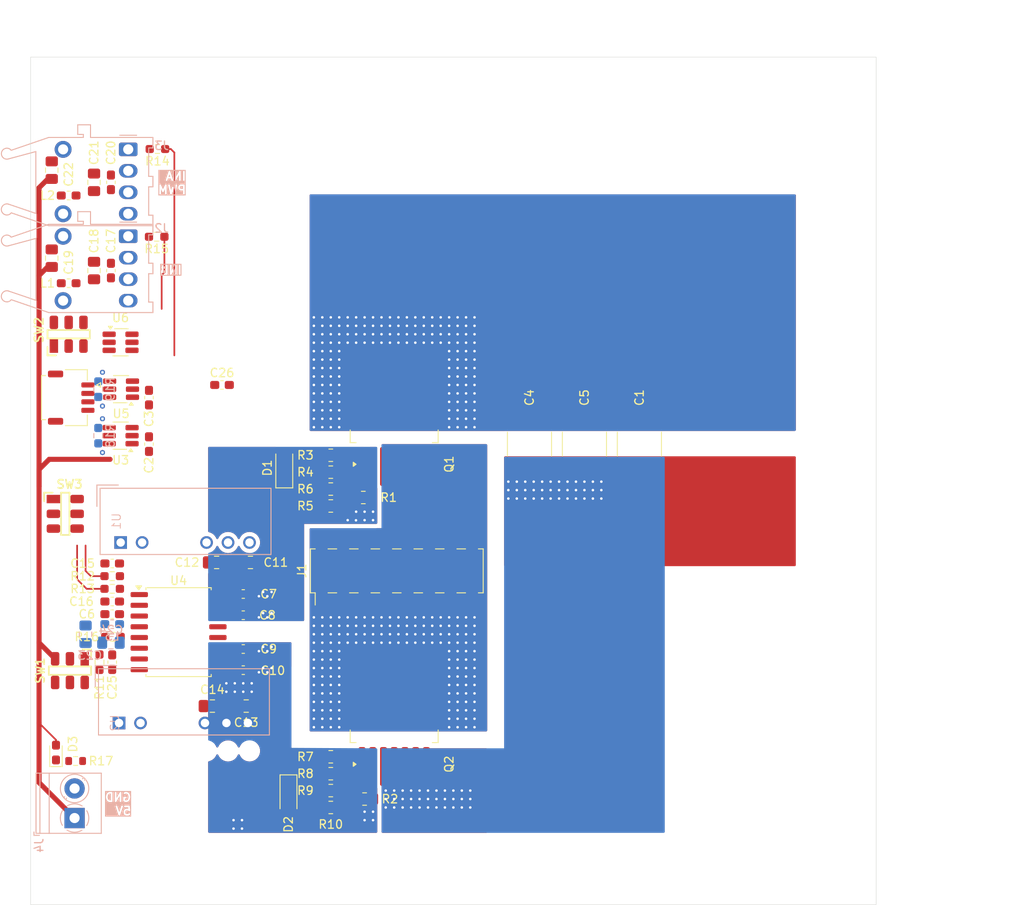
<source format=kicad_pcb>
(kicad_pcb (version 20240108) (generator "pcbnew") (generator_version "8.0")
  (layers (0 "F.Cu" signal) (31 "B.Cu" signal) (34 "B.Paste" user) (35 "F.Paste" user) (36 "B.SilkS" user "B.Silkscreen") (37 "F.SilkS" user "F.Silkscreen") (38 "B.Mask" user) (39 "F.Mask" user) (44 "Edge.Cuts" user))
  (net 0 "")
  (net 1 "/HalfBridge_Power/dcp")
  (net 2 "/HalfBridge_Power/dcn")
  (net 3 "/HalfBridge_Power/ph")
  (net 4 "/HalfBridge_Power/gh")
  (net 5 "/HalfBridge_Power/gl")
  (net 6 "/HalfBridge_GateDriver/asgh")
  (net 7 "/HalfBridge_GateDriver/dt")
  (net 8 "/HalfBridge_GateDriver/gonh")
  (net 9 "/HalfBridge_GateDriver/gonl")
  (net 10 "/HalfBridge_GateDriver/kh")
  (net 11 "/HalfBridge_GateDriver/kl")
  (net 12 "/HalfBridge_GateDriver/vddh")
  (net 13 "/HalfBridge_GateDriver/vssh")
  (net 14 "/HalfBridge_GateDriver/vssl")
  (net 15 "/HalfBridge_GateDriver/vddl")
  (net 16 "/HalfBridge_GateDriver/vcci")
  (net 17 "/HalfBridge_GateDriver/asgl")
  (net 18 "/HalfBridge_GateDriver/inaf")
  (net 19 "/HalfBridge_GateDriver/inbf")
  (net 20 "/HalfBridge_GateDriver/ina")
  (net 21 "/HalfBridge_GateDriver/inb")
  (net 26 "/HalfBridge_Optical/vcca")
  (net 27 "/HalfBridge_Optical/vccb")
  (net 28 "/HalfBridge_Optical/xna")
  (net 29 "/HalfBridge_Optical/xnb")
  (net 30 "/HalfBridge_GateDriver/anb")
  (net 31 "/HalfBridge_GateDriver/dis")
  (net 32 "/HalfBridge_GateDriver/rdt")
  (net 33 "Net-(D3-K)")
  (net 34 "GND")
  (net 35 "Net-(U1-VIN+)")
  (net 36 "Net-(U1-VIN-)")
  (net 38 "Net-(U2-VIN+)")
  (net 39 "Net-(U2-VIN-)")
  (net 41 "/HalfBridge_Optical/inb")
  (net 42 "/HalfBridge_Optical/ina")
  (net 43 "/HalfBridge_Diff/ina_db")
  (net 44 "/HalfBridge_Diff/inb_da")
  (net 45 "/HalfBridge_Diff/inb_db")
  (net 46 "/HalfBridge_Diff/ina_da")
  (net 47 "/HalfBridge_Diff/vcc")
  (net 48 "/HalfBridge_Diff/gnd")
  (net 50 "/HalfBridge_Diff/ina_d")
  (net 51 "/HalfBridge_Diff/inb_d")
  (net 53 "/HalfBridge_GateDriver/dis_x")
  (net 54 "/HalfBridge_GateDriver/dis_i")
  (net 55 "/HalfBridge_Diff/ina_nd")
  (net 56 "/HalfBridge_Diff/inb_nd")
  (footprint "My_Connector:Samtec_T1M-04-X-SH-L_1x04-1SH_P1.0mm_Terminal_Horizontal_Latch" (layer "F.Cu") (at 44 81 -90)
    (property "Reference" "J5" (hide yes))
    (property "Value" "Conn_01x04_Shielded")
  )
  (footprint "My_Button_Switch_SMD:Nidec_Copal_CAS-D20A1" (layer "F.Cu") (at 44.65 113.305 -90)
    (property "Reference" "SW1")
    (property "Value" "CAS-D20X1")
  )
  (footprint "Diode_SMD:D_SOD-123" (layer "F.Cu") (at 70.5 128 -90)
    (property "Reference" "D2")
    (property "Value" "D_Schottky")
  )
  (footprint "Resistor_SMD:R_0603_1608Metric_Pad0.98x0.95mm_HandSolder" (layer "F.Cu") (at 49.65 103.625)
    (property "Reference" "R13")
    (property "Value" "R")
  )
  (footprint "Resistor_SMD:R_0603_1608Metric_Pad0.98x0.95mm_HandSolder" (layer "F.Cu") (at 54.9125 61.9625 180)
    (property "Reference" "R15")
    (property "Value" "R")
  )
  (footprint "Diode_SMD:D_SOD-123" (layer "F.Cu") (at 70 89.32 90)
    (property "Reference" "D1")
    (property "Value" "D_Schottky")
  )
  (footprint "Connector_PinHeader_2.54mm:PinHeader_2x08_P2.54mm_Vertical_SMD" (layer "F.Cu") (at 83.31 101.5 90)
    (property "Reference" "J1")
    (property "Value" "Conn_02x08_Odd_Even")
  )
  (footprint "Capacitor_SMD:C_0603_1608Metric_Pad1.08x0.95mm_HandSolder" (layer "F.Cu") (at 54 81 90)
    (property "Reference" "C3")
    (property "Value" "100n")
  )
  (footprint "Capacitor_SMD:C_0603_1608Metric_Pad1.08x0.95mm_HandSolder" (layer "F.Cu") (at 49.5 65.9625 90)
    (property "Reference" "C17")
    (property "Value" "C")
  )
  (footprint "Capacitor_SMD:C_0805_2012Metric_Pad1.18x1.45mm_HandSolder" (layer "F.Cu") (at 42.5 54.0825 90)
    (property "Reference" "C22")
    (property "Value" "C")
  )
  (footprint "Capacitor_SMD:C_0805_2012Metric_Pad1.18x1.45mm_HandSolder" (layer "F.Cu") (at 65.5 117.5)
    (property "Reference" "C13")
    (property "Value" "C")
  )
  (footprint "Capacitor_SMD:C_0603_1608Metric_Pad1.08x0.95mm_HandSolder" (layer "F.Cu") (at 49.65 105.125 180)
    (property "Reference" "C16")
    (property "Value" "C")
  )
  (footprint "Inductor_SMD:L_0603_1608Metric_Pad1.05x0.95mm_HandSolder" (layer "F.Cu") (at 44.5 67.4625 180)
    (property "Reference" "L1")
    (property "Value" "L")
  )
  (footprint "Capacitor_SMD:C_0603_1608Metric_Pad1.08x0.95mm_HandSolder" (layer "F.Cu") (at 65.15 104.24)
    (property "Reference" "C7")
    (property "Value" "100n")
  )
  (footprint "Resistor_SMD:R_0603_1608Metric_Pad0.98x0.95mm_HandSolder" (layer "F.Cu") (at 49.65 102.125)
    (property "Reference" "R12")
    (property "Value" "R")
  )
  (footprint "Capacitor_SMD:C_0603_1608Metric_Pad1.08x0.95mm_HandSolder" (layer "F.Cu") (at 65.15 113.25 180)
    (property "Reference" "C10")
    (property "Value" "C")
  )
  (footprint "Package_SO:SOIC-16W_7.5x10.3mm_P1.27mm" (layer "F.Cu") (at 57.5 108.75)
    (property "Reference" "U4")
    (property "Value" "NCD57252")
  )
  (footprint "Resistor_SMD:R_0805_2012Metric_Pad1.20x1.40mm_HandSolder" (layer "F.Cu") (at 75.5 93.82)
    (property "Reference" "R5")
    (property "Value" "R")
  )
  (footprint "LED_SMD:LED_0603_1608Metric_Pad1.05x0.95mm_HandSolder" (layer "F.Cu") (at 43 123 90)
    (property "Reference" "D3")
    (property "Value" "LED")
  )
  (footprint "Capacitor_SMD:C_0603_1608Metric_Pad1.08x0.95mm_HandSolder" (layer "F.Cu") (at 62.6375 79.5)
    (property "Reference" "C26")
    (property "Value" "100n")
  )
  (footprint "Package_TO_SOT_SMD:SOT-23-6_Handsoldering" (layer "F.Cu") (at 50.7 80 180)
    (property "Reference" "U5")
    (property "Value" "MAX3284E")
  )
  (footprint "Package_TO_SOT_SMD:SOT-23-6_Handsoldering" (layer "F.Cu") (at 50.65 85.5 180)
    (property "Reference" "U3")
    (property "Value" "MAX3284E")
  )
  (footprint "Capacitor_SMD:C_0805_2012Metric_Pad1.18x1.45mm_HandSolder" (layer "F.Cu") (at 66 100.5 180)
    (property "Reference" "C11")
    (property "Value" "C")
  )
  (footprint "Resistor_SMD:R_0603_1608Metric_Pad0.98x0.95mm_HandSolder" (layer "F.Cu") (at 55 51.5825 180)
    (property "Reference" "R14")
    (property "Value" "R")
  )
  (footprint "Capacitor_SMD:C_0603_1608Metric_Pad1.08x0.95mm_HandSolder" (layer "F.Cu") (at 49.65 100.625 180)
    (property "Reference" "C15")
    (property "Value" "C")
  )
  (footprint "Resistor_SMD:R_0603_1608Metric" (layer "F.Cu") (at 45.325 124)
    (property "Reference" "R17")
    (property "Value" "R")
  )
  (footprint "Capacitor_SMD:C_2220_5750Metric_Pad1.97x5.40mm_HandSolder" (layer "F.Cu") (at 99 86.5 -90)
    (property "Reference" "C4")
    (property "Value" "C")
  )
  (footprint "Resistor_SMD:R_0805_2012Metric_Pad1.20x1.40mm_HandSolder" (layer "F.Cu") (at 75.5 87.82)
    (property "Reference" "R3")
    (property "Value" "R")
  )
  (footprint "Package_TO_SOT_SMD:TO-263-7_TabPin8" (layer "F.Cu") (at 83 81.5 90)
    (property "Reference" "Q1")
    (property "Value" "C3M0075120J")
  )
  (footprint "Capacitor_SMD:C_0603_1608Metric_Pad1.08x0.95mm_HandSolder" (layer "F.Cu") (at 54 86.5 90)
    (property "Reference" "C2")
    (property "Value" "100n")
  )
  (footprint "Capacitor_SMD:C_0805_2012Metric_Pad1.18x1.45mm_HandSolder" (layer "F.Cu") (at 47.5 65.9625 90)
    (property "Reference" "C18")
    (property "Value" "C")
  )
  (footprint "Resistor_SMD:R_0805_2012Metric_Pad1.20x1.40mm_HandSolder" (layer "F.Cu") (at 79.5 128.5)
    (property "Reference" "R2")
    (property "Value" "R")
  )
  (footprint "Resistor_SMD:R_0603_1608Metric_Pad0.98x0.95mm_HandSolder" (layer "F.Cu") (at 48.15 112.305 90)
    (property "Reference" "R11")
    (property "Value" "R")
  )
  (footprint "Capacitor_SMD:C_0805_2012Metric_Pad1.18x1.45mm_HandSolder" (layer "F.Cu") (at 47.5 55.5225 90)
    (property "Reference" "C21")
    (property "Value" "C")
  )
  (footprint "Inductor_SMD:L_0603_1608Metric_Pad1.05x0.95mm_HandSolder" (layer "F.Cu") (at 44.5 57.0825 180)
    (property "Reference" "L2")
    (property "Value" "L")
  )
  (footprint "Capacitor_SMD:C_0603_1608Metric_Pad1.08x0.95mm_HandSolder" (layer "F.Cu") (at 49.5 55.5225 90)
    (property "Reference" "C20")
    (property "Value" "C")
  )
  (footprint "Capacitor_SMD:C_0603_1608Metric_Pad1.08x0.95mm_HandSolder" (layer "F.Cu") (at 65.15 110.75)
    (property "Reference" "C9")
    (property "Value" "C")
  )
  (footprint "My_Button_Switch_SMD:Nidec_Copal_CAS-D20A1" (layer "F.Cu") (at 44.1 94.75)
    (property "Reference" "SW3")
    (property "Value" "CAS-D20X1")
  )
  (footprint "Resistor_SMD:R_0805_2012Metric_Pad1.20x1.40mm_HandSolder" (layer "F.Cu") (at 75.5 129.5)
    (property "Reference" "R10")
    (property "Value" "R")
  )
  (footprint "Package_TO_SOT_SMD:TO-263-7_TabPin8" (layer "F.Cu") (at 83 117 90)
    (property "Reference" "Q2")
    (property "Value" "C3M0075120J")
  )
  (footprint "Capacitor_SMD:C_0603_1608Metric_Pad1.08x0.95mm_HandSolder" (layer "F.Cu") (at 49.65 106.625 180)
    (property "Reference" "C6")
    (property "Value" "100n")
  )
  (footprint "Capacitor_SMD:C_0805_2012Metric_Pad1.18x1.45mm_HandSolder" (layer "F.Cu") (at 42.5 64.5 90)
    (property "Reference" "C19")
    (property "Value" "C")
  )
  (footprint "Capacitor_SMD:C_2220_5750Metric_Pad1.97x5.40mm_HandSolder" (layer "F.Cu") (at 105.5 86.5 -90)
    (property "Reference" "C5")
    (property "Value" "C")
  )
  (footprint "Package_TO_SOT_SMD:SOT-23-6_Handsoldering" (layer "F.Cu") (at 50.6375 74.45)
    (property "Reference" "U6")
    (property "Value" "74AUC2GU04")
  )
  (footprint "Capacitor_SMD:C_2220_5750Metric_Pad1.97x5.40mm_HandSolder" (layer "F.Cu") (at 112 86.5 -90)
    (property "Reference" "C1")
    (property "Value" "C")
  )
  (footprint "Capacitor_SMD:C_0603_1608Metric_Pad1.08x0.95mm_HandSolder" (layer "F.Cu") (at 65.15 106.75 180)
    (property "Reference" "C8")
    (property "Value" "100n")
  )
  (footprint "Resistor_SMD:R_0805_2012Metric_Pad1.20x1.40mm_HandSolder" (layer "F.Cu") (at 75.5 89.82)
    (property "Reference" "R4")
    (property "Value" "R")
  )
  (footprint "Resistor_SMD:R_0805_2012Metric_Pad1.20x1.40mm_HandSolder" (layer "F.Cu") (at 79.35 92.82)
    (property "Reference" "R1")
    (property "Value" "R")
  )
  (footprint "Resistor_SMD:R_0603_1608Metric_Pad0.98x0.95mm_HandSolder" (layer "F.Cu") (at 49.7375 109.305 180)
    (property "Reference" "R16")
    (property "Value" "R")
  )
  (footprint "Capacitor_SMD:C_0805_2012Metric_Pad1.18x1.45mm_HandSolder" (layer "F.Cu") (at 62 100.5 180)
    (property "Reference" "C12")
    (property "Value" "C")
  )
  (footprint "Resistor_SMD:R_0805_2012Metric_Pad1.20x1.40mm_HandSolder" (layer "F.Cu") (at 75.5 123.5)
    (property "Reference" "R7")
    (property "Value" "R")
  )
  (footprint "My_Button_Switch_SMD:Nidec_Copal_CAS-D20A1" (layer "F.Cu") (at 44.5 73.5 90)
    (property "Reference" "SW2")
    (property "Value" "CAS-D20X1")
  )
  (footprint "Resistor_SMD:R_0805_2012Metric_Pad1.20x1.40mm_HandSolder" (layer "F.Cu") (at 75.5 127.5)
    (property "Reference" "R9")
    (property "Value" "R")
  )
  (footprint "Capacitor_SMD:C_0805_2012Metric_Pad1.18x1.45mm_HandSolder" (layer "F.Cu") (at 61.5 117.5 180)
    (property "Reference" "C14")
    (property "Value" "C")
  )
  (footprint "Capacitor_SMD:C_0603_1608Metric_Pad1.08x0.95mm_HandSolder" (layer "F.Cu") (at 49.65 112.305 -90)
    (property "Reference" "C25")
    (property "Value" "C")
  )
  (footprint "Resistor_SMD:R_0805_2012Metric_Pad1.20x1.40mm_HandSolder" (layer "F.Cu") (at 75.5 125.5)
    (property "Reference" "R8")
    (property "Value" "R")
  )
  (footprint "Resistor_SMD:R_0805_2012Metric_Pad1.20x1.40mm_HandSolder" (layer "F.Cu") (at 75.5 91.82)
    (property "Reference" "R6")
    (property "Value" "R")
  )
  (footprint "Resistor_SMD:R_0603_1608Metric_Pad0.98x0.95mm_HandSolder" (layer "B.Cu") (at 48 85.5 90)
    (property "Reference" "R18")
    (property "Value" "R")
  )
  (footprint "Capacitor_SMD:C_0805_2012Metric_Pad1.18x1.45mm_HandSolder" (layer "B.Cu") (at 46.5 109 -90)
    (property "Reference" "C23")
    (property "Value" "C")
  )
  (footprint "Resistor_SMD:R_0603_1608Metric_Pad0.98x0.95mm_HandSolder" (layer "B.Cu") (at 48 80 90)
    (property "Reference" "R19")
    (property "Value" "R")
  )
  (footprint "OptoDevice:Broadcom_AFBR-16xxZ_Horizontal" (layer "B.Cu") (at 51.545 51.6225 180)
    (property "Reference" "J3")
    (property "Value" "AFBR-2624Z")
  )
  (footprint "OptoDevice:Broadcom_AFBR-16xxZ_Horizontal" (layer "B.Cu") (at 51.545 61.9025 180)
    (property "Reference" "J2")
    (property "Value" "AFBR-2624Z")
  )
  (footprint "Capacitor_SMD:C_0805_2012Metric_Pad1.18x1.45mm_HandSolder" (layer "B.Cu") (at 49.5 110 180)
    (property "Reference" "C24")
    (property "Value" "C")
  )
  (footprint "TerminalBlock_Phoenix:TerminalBlock_Phoenix_PT-1,5-2-3.5-H_1x02_P3.50mm_Horizontal" (layer "B.Cu") (at 45.2 130.75 90)
    (property "Reference" "J4")
    (property "Value" "Screw_Terminal_01x02")
  )
  (footprint "My_Converter_DCDC:Converter_DCDC_RECOM_RKZ-xx2005_Dual_THT_SIP7" (layer "B.Cu") (at 50.46 119.5 -90)
    (property "Reference" "U2")
    (property "Value" "RKD-052005D")
  )
  (footprint "My_Converter_DCDC:Converter_DCDC_RECOM_RKZ-xx2005_Dual_THT_SIP7" (layer "B.Cu") (at 50.65 98.1425 -90)
    (property "Reference" "U1")
    (property "Value" "RKD-052005D")
  )
  (footprint "Inductor_SMD:L_0603_1608Metric_Pad1.05x0.95mm_HandSolder" (layer "B.Cu") (at 49.65 107.805)
    (property "Reference" "L3")
    (property "Value" "L")
  )
  (gr_rect (start 40 40.7) (end 140 141) (stroke (width 0.05)) (fill none) (layer "Edge.Cuts"))
  (gr_text "INB" (at 58 66.5 0) (layer "B.SilkS" knockout) (effects (font (size 1 1) (thickness 0.2) (bold yes)) (justify left bottom mirror)))
  (gr_text "GND\n5V" (at 52 130.5 0) (layer "B.SilkS" knockout) (effects (font (size 1 1) (thickness 0.2) (bold yes)) (justify left bottom mirror)))
  (gr_text "INA\nPWM" (at 58.5 57 0) (layer "B.SilkS" knockout) (effects (font (size 1 1) (thickness 0.2) (bold yes)) (justify left bottom mirror)))
  (via (at 86.5 71.5) (size 0.6) (drill 0.3) (layers "F.Cu" "B.Cu") (net 1))
  (via (at 79.5 74.5) (size 0.6) (drill 0.3) (layers "F.Cu" "B.Cu") (net 1))
  (via (at 73.5 78.5) (size 0.6) (drill 0.3) (layers "F.Cu" "B.Cu") (net 1))
  (via (at 74.5 84.5) (size 0.6) (drill 0.3) (layers "F.Cu" "B.Cu") (net 1))
  (via (at 82.5 72.5) (size 0.6) (drill 0.3) (layers "F.Cu" "B.Cu") (net 1))
  (via (at 77.5 74.5) (size 0.6) (drill 0.3) (layers "F.Cu" "B.Cu") (net 1))
  (via (at 87.5 74.5) (size 0.6) (drill 0.3) (layers "F.Cu" "B.Cu") (net 1))
  (via (at 77.5 73.5) (size 0.6) (drill 0.3) (layers "F.Cu" "B.Cu") (net 1))
  (via (at 91.5 81.5) (size 0.6) (drill 0.3) (layers "F.Cu" "B.Cu") (net 1))
  (via (at 80.5 73.5) (size 0.6) (drill 0.3) (layers "F.Cu" "B.Cu") (net 1))
  (via (at 74.5 75.5) (size 0.6) (drill 0.3) (layers "F.Cu" "B.Cu") (net 1))
  (via (at 73.5 73.5) (size 0.6) (drill 0.3) (layers "F.Cu" "B.Cu") (net 1))
  (via (at 80.5 71.5) (size 0.6) (drill 0.3) (layers "F.Cu" "B.Cu") (net 1))
  (via (at 88.5 73.5) (size 0.6) (drill 0.3) (layers "F.Cu" "B.Cu") (net 1))
  (via (at 85.5 71.5) (size 0.6) (drill 0.3) (layers "F.Cu" "B.Cu") (net 1))
  (via (at 91.5 80.5) (size 0.6) (drill 0.3) (layers "F.Cu" "B.Cu") (net 1))
  (via (at 91.5 82.5) (size 0.6) (drill 0.3) (layers "F.Cu" "B.Cu") (net 1))
  (via (at 89.5 74.5) (size 0.6) (drill 0.3) (layers "F.Cu" "B.Cu") (net 1))
  (via (at 92.5 81.5) (size 0.6) (drill 0.3) (layers "F.Cu" "B.Cu") (net 1))
  (via (at 90.5 83.5) (size 0.6) (drill 0.3) (layers "F.Cu" "B.Cu") (net 1))
  (via (at 76.5 80.5) (size 0.6) (drill 0.3) (layers "F.Cu" "B.Cu") (net 1))
  (via (at 81.5 71.5) (size 0.6) (drill 0.3) (layers "F.Cu" "B.Cu") (net 1))
  (via (at 78.5 72.5) (size 0.6) (drill 0.3) (layers "F.Cu" "B.Cu") (net 1))
  (via (at 76.5 79.5) (size 0.6) (drill 0.3) (layers "F.Cu" "B.Cu") (net 1))
  (via (at 89.5 84.5) (size 0.6) (drill 0.3) (layers "F.Cu" "B.Cu") (net 1))
  (via (at 86.5 72.5) (size 0.6) (drill 0.3) (layers "F.Cu" "B.Cu") (net 1))
  (via (at 77.5 72.5) (size 0.6) (drill 0.3) (layers "F.Cu" "B.Cu") (net 1))
  (via (at 76.5 81.5) (size 0.6) (drill 0.3) (layers "F.Cu" "B.Cu") (net 1))
  (via (at 91.5 72.5) (size 0.6) (drill 0.3) (layers "F.Cu" "B.Cu") (net 1))
  (via (at 90.5 84.5) (size 0.6) (drill 0.3) (layers "F.Cu" "B.Cu") (net 1))
  (via (at 77.5 71.5) (size 0.6) (drill 0.3) (layers "F.Cu" "B.Cu") (net 1))
  (via (at 73.5 79.5) (size 0.6) (drill 0.3) (layers "F.Cu" "B.Cu") (net 1))
  (via (at 89.5 82.5) (size 0.6) (drill 0.3) (layers "F.Cu" "B.Cu") (net 1))
  (via (at 83.5 74.5) (size 0.6) (drill 0.3) (layers "F.Cu" "B.Cu") (net 1))
  (via (at 91.5 83.5) (size 0.6) (drill 0.3) (layers "F.Cu" "B.Cu") (net 1))
  (via (at 82.5 73.5) (size 0.6) (drill 0.3) (layers "F.Cu" "B.Cu") (net 1))
  (via (at 74.5 71.5) (size 0.6) (drill 0.3) (layers "F.Cu" "B.Cu") (net 1))
  (via (at 92.5 76.5) (size 0.6) (drill 0.3) (layers "F.Cu" "B.Cu") (net 1))
  (via (at 90.5 77.5) (size 0.6) (drill 0.3) (layers "F.Cu" "B.Cu") (net 1))
  (via (at 81.5 74.5) (size 0.6) (drill 0.3) (layers "F.Cu" "B.Cu") (net 1))
  (via (at 73.5 74.5) (size 0.6) (drill 0.3) (layers "F.Cu" "B.Cu") (net 1))
  (via (at 92.5 72.5) (size 0.6) (drill 0.3) (layers "F.Cu" "B.Cu") (net 1))
  (via (at 90.5 73.5) (size 0.6) (drill 0.3) (layers "F.Cu" "B.Cu") (net 1))
  (via (at 73.5 80.5) (size 0.6) (drill 0.3) (layers "F.Cu" "B.Cu") (net 1))
  (via (at 73.5 77.5) (size 0.6) (drill 0.3) (layers "F.Cu" "B.Cu") (net 1))
  (via (at 86.5 73.5) (size 0.6) (drill 0.3) (layers "F.Cu" "B.Cu") (net 1))
  (via (at 92.5 78.5) (size 0.6) (drill 0.3) (layers "F.Cu" "B.Cu") (net 1))
  (via (at 75.5 79.5) (size 0.6) (drill 0.3) (layers "F.Cu" "B.Cu") (net 1))
  (via (at 84.5 74.5) (size 0.6) (drill 0.3) (layers "F.Cu" "B.Cu") (net 1))
  (via (at 79.5 71.5) (size 0.6) (drill 0.3) (layers "F.Cu" "B.Cu") (net 1))
  (via (at 80.5 72.5) (size 0.6) (drill 0.3) (layers "F.Cu" "B.Cu") (net 1))
  (via (at 90.5 82.5) (size 0.6) (drill 0.3) (layers "F.Cu" "B.Cu") (net 1))
  (via (at 73.5 81.5) (size 0.6) (drill 0.3) (layers "F.Cu" "B.Cu") (net 1))
  (via (at 87.5 73.5) (size 0.6) (drill 0.3) (layers "F.Cu" "B.Cu") (net 1))
  (via (at 74.5 74.5) (size 0.6) (drill 0.3) (layers "F.Cu" "B.Cu") (net 1))
  (via (at 75.5 76.5) (size 0.6) (drill 0.3) (layers "F.Cu" "B.Cu") (net 1))
  (via (at 89.5 73.5) (size 0.6) (drill 0.3) (layers "F.Cu" "B.Cu") (net 1))
  (via (at 83.5 72.5) (size 0.6) (drill 0.3) (layers "F.Cu" "B.Cu") (net 1))
  (via (at 74.5 78.5) (size 0.6) (drill 0.3) (layers "F.Cu" "B.Cu") (net 1))
  (via (at 84.5 71.5) (size 0.6) (drill 0.3) (layers "F.Cu" "B.Cu") (net 1))
  (via (at 89.5 83.5) (size 0.6) (drill 0.3) (layers "F.Cu" "B.Cu") (net 1))
  (via (at 85.5 73.5) (size 0.6) (drill 0.3) (layers "F.Cu" "B.Cu") (net 1))
  (via (at 73.5 84.5) (size 0.6) (drill 0.3) (layers "F.Cu" "B.Cu") (net 1))
  (via (at 92.5 80.5) (size 0.6) (drill 0.3) (layers "F.Cu" "B.Cu") (net 1))
  (via (at 73.5 76.5) (size 0.6) (drill 0.3) (layers "F.Cu" "B.Cu") (net 1))
  (via (at 84.5 73.5) (size 0.6) (drill 0.3) (layers "F.Cu" "B.Cu") (net 1))
  (via (at 78.5 74.5) (size 0.6) (drill 0.3) (layers "F.Cu" "B.Cu") (net 1))
  (via (at 74.5 82.5) (size 0.6) (drill 0.3) (layers "F.Cu" "B.Cu") (net 1))
  (via (at 92.5 82.5) (size 0.6) (drill 0.3) (layers "F.Cu" "B.Cu") (net 1))
  (via (at 73.5 71.5) (size 0.6) (drill 0.3) (layers "F.Cu" "B.Cu") (net 1))
  (via (at 89.5 71.5) (size 0.6) (drill 0.3) (layers "F.Cu" "B.Cu") (net 1))
  (via (at 89.5 72.5) (size 0.6) (drill 0.3) (layers "F.Cu" "B.Cu") (net 1))
  (via (at 89.5 77.5) (size 0.6) (drill 0.3) (layers "F.Cu" "B.Cu") (net 1))
  (via (at 74.5 72.5) (size 0.6) (drill 0.3) (layers "F.Cu" "B.Cu") (net 1))
  (via (at 88.5 74.5) (size 0.6) (drill 0.3) (layers "F.Cu" "B.Cu") (net 1))
  (via (at 74.5 76.5) (size 0.6) (drill 0.3) (layers "F.Cu" "B.Cu") (net 1))
  (via (at 74.5 79.5) (size 0.6) (drill 0.3) (layers "F.Cu" "B.Cu") (net 1))
  (via (at 87.5 71.5) (size 0.6) (drill 0.3) (layers "F.Cu" "B.Cu") (net 1))
  (via (at 85.5 72.5) (size 0.6) (drill 0.3) (layers "F.Cu" "B.Cu") (net 1))
  (via (at 83.5 71.5) (size 0.6) (drill 0.3) (layers "F.Cu" "B.Cu") (net 1))
  (via (at 81.5 72.5) (size 0.6) (drill 0.3) (layers "F.Cu" "B.Cu") (net 1))
  (via (at 92.5 75.5) (size 0.6) (drill 0.3) (layers "F.Cu" "B.Cu") (net 1))
  (via (at 74.5 83.5) (size 0.6) (drill 0.3) (layers "F.Cu" "B.Cu") (net 1))
  (via (at 76.5 76.5) (size 0.6) (drill 0.3) (layers "F.Cu" "B.Cu") (net 1))
  (via (at 75.5 71.5) (size 0.6) (drill 0.3) (layers "F.Cu" "B.Cu") (net 1))
  (via (at 88.5 71.5) (size 0.6) (drill 0.3) (layers "F.Cu" "B.Cu") (net 1))
  (via (at 79.5 73.5) (size 0.6) (drill 0.3) (layers "F.Cu" "B.Cu") (net 1))
  (via (at 92.5 73.5) (size 0.6) (drill 0.3) (layers "F.Cu" "B.Cu") (net 1))
  (via (at 75.5 75.5) (size 0.6) (drill 0.3) (layers "F.Cu" "B.Cu") (net 1))
  (via (at 90.5 72.5) (size 0.6) (drill 0.3) (layers "F.Cu" "B.Cu") (net 1))
  (via (at 81.5 73.5) (size 0.6) (drill 0.3) (layers "F.Cu" "B.Cu") (net 1))
  (via (at 75.5 78.5) (size 0.6) (drill 0.3) (layers "F.Cu" "B.Cu") (net 1))
  (via (at 90.5 71.5) (size 0.6) (drill 0.3) (layers "F.Cu" "B.Cu") (net 1))
  (via (at 75.5 81.5) (size 0.6) (drill 0.3) (layers "F.Cu" "B.Cu") (net 1))
  (via (at 76.5 71.5) (size 0.6) (drill 0.3) (layers "F.Cu" "B.Cu") (net 1))
  (via (at 82.5 71.5) (size 0.6) (drill 0.3) (layers "F.Cu" "B.Cu") (net 1))
  (via (at 89.5 76.5) (size 0.6) (drill 0.3) (layers "F.Cu" "B.Cu") (net 1))
  (via (at 75.5 73.5) (size 0.6) (drill 0.3) (layers "F.Cu" "B.Cu") (net 1))
  (via (at 74.5 77.5) (size 0.6) (drill 0.3) (layers "F.Cu" "B.Cu") (net 1))
  (via (at 91.5 75.5) (size 0.6) (drill 0.3) (layers "F.Cu" "B.Cu") (net 1))
  (via (at 90.5 80.5) (size 0.6) (drill 0.3) (layers "F.Cu" "B.Cu") (net 1))
  (via (at 84.5 72.5) (size 0.6) (drill 0.3) (layers "F.Cu" "B.Cu") (net 1))
  (via (at 90.5 79.5) (size 0.6) (drill 0.3) (layers "F.Cu" "B.Cu") (net 1))
  (via (at 91.5 73.5) (size 0.6) (drill 0.3) (layers "F.Cu" "B.Cu") (net 1))
  (via (at 91.5 77.5) (size 0.6) (drill 0.3) (layers "F.Cu" "B.Cu") (net 1))
  (via (at 79.5 72.5) (size 0.6) (drill 0.3) (layers "F.Cu" "B.Cu") (net 1))
  (via (at 73.5 83.5) (size 0.6) (drill 0.3) (layers "F.Cu" "B.Cu") (net 1))
  (via (at 74.5 81.5) (size 0.6) (drill 0.3) (layers "F.Cu" "B.Cu") (net 1))
  (via (at 87.5 72.5) (size 0.6) (drill 0.3) (layers "F.Cu" "B.Cu") (net 1))
  (via (at 86.5 74.5) (size 0.6) (drill 0.3) (layers "F.Cu" "B.Cu") (net 1))
  (via (at 76.5 83.5) (size 0.6) (drill 0.3) (layers "F.Cu" "B.Cu") (net 1))
  (via (at 76.5 84.5) (size 0.6) (drill 0.3) (layers "F.Cu" "B.Cu") (net 1))
  (via (at 76.5 77.5) (size 0.6) (drill 0.3) (layers "F.Cu" "B.Cu") (net 1))
  (via (at 92.5 77.5) (size 0.6) (drill 0.3) (layers "F.Cu" "B.Cu") (net 1))
  (via (at 91.5 76.5) (size 0.6) (drill 0.3) (layers "F.Cu" "B.Cu") (net 1))
  (via (at 91.5 84.5) (size 0.6) (drill 0.3) (layers "F.Cu" "B.Cu") (net 1))
  (via (at 75.5 84.5) (size 0.6) (drill 0.3) (layers "F.Cu" "B.Cu") (net 1))
  (via (at 76.5 82.5) (size 0.6) (drill 0.3) (layers "F.Cu" "B.Cu") (net 1))
  (via (at 90.5 75.5) (size 0.6) (drill 0.3) (layers "F.Cu" "B.Cu") (net 1))
  (via (at 76.5 73.5) (size 0.6) (drill 0.3) (layers "F.Cu" "B.Cu") (net 1))
  (via (at 75.5 82.5) (size 0.6) (drill 0.3) (layers "F.Cu" "B.Cu") (net 1))
  (via (at 92.5 84.5) (size 0.6) (drill 0.3) (layers "F.Cu" "B.Cu") (net 1))
  (via (at 78.5 73.5) (size 0.6) (drill 0.3) (layers "F.Cu" "B.Cu") (net 1))
  (via (at 83.5 73.5) (size 0.6) (drill 0.3) (layers "F.Cu" "B.Cu") (net 1))
  (via (at 76.5 74.5) (size 0.6) (drill 0.3) (layers "F.Cu" "B.Cu") (net 1))
  (via (at 75.5 80.5) (size 0.6) (drill 0.3) (layers "F.Cu" "B.Cu") (net 1))
  (via (at 91.5 78.5) (size 0.6) (drill 0.3) (layers "F.Cu" "B.Cu") (net 1))
  (via (at 92.5 79.5) (size 0.6) (drill 0.3) (layers "F.Cu" "B.Cu") (net 1))
  (via (at 91.5 74.5) (size 0.6) (drill 0.3) (layers "F.Cu" "B.Cu") (net 1))
  (via (at 76.5 78.5) (size 0.6) (drill 0.3) (layers "F.Cu" "B.Cu") (net 1))
  (via (at 89.5 80.5) (size 0.6) (drill 0.3) (layers "F.Cu" "B.Cu") (net 1))
  (via (at 92.5 74.5) (size 0.6) (drill 0.3) (layers "F.Cu" "B.Cu") (net 1))
  (via (at 92.5 83.5) (size 0.6) (drill 0.3) (layers "F.Cu" "B.Cu") (net 1))
  (via (at 89.5 79.5) (size 0.6) (drill 0.3) (layers "F.Cu" "B.Cu") (net 1))
  (via (at 75.5 72.5) (size 0.6) (drill 0.3) (layers "F.Cu" "B.Cu") (net 1))
  (via (at 73.5 82.5) (size 0.6) (drill 0.3) (layers "F.Cu" "B.Cu") (net 1))
  (via (at 74.5 80.5) (size 0.6) (drill 0.3) (layers "F.Cu" "B.Cu") (net 1))
  (via (at 91.5 71.5) (size 0.6) (drill 0.3) (layers "F.Cu" "B.Cu") (net 1))
  (via (at 82.5 74.5) (size 0.6) (drill 0.3) (layers "F.Cu" "B.Cu") (net 1))
  (via (at 73.5 75.5) (size 0.6) (drill 0.3) (layers "F.Cu" "B.Cu") (net 1))
  (via (at 91.5 79.5) (size 0.6) (drill 0.3) (layers "F.Cu" "B.Cu") (net 1))
  (via (at 75.5 74.5) (size 0.6) (drill 0.3) (layers "F.Cu" "B.Cu") (net 1))
  (via (at 78.5 71.5) (size 0.6) (drill 0.3) (layers "F.Cu" "B.Cu") (net 1))
  (via (at 89.5 78.5) (size 0.6) (drill 0.3) (layers "F.Cu" "B.Cu") (net 1))
  (via (at 76.5 75.5) (size 0.6) (drill 0.3) (layers "F.Cu" "B.Cu") (net 1))
  (via (at 88.5 72.5) (size 0.6) (drill 0.3) (layers "F.Cu" "B.Cu") (net 1))
  (via (at 90.5 74.5) (size 0.6) (drill 0.3) (layers "F.Cu" "B.Cu") (net 1))
  (via (at 90.5 76.5) (size 0.6) (drill 0.3) (layers "F.Cu" "B.Cu") (net 1))
  (via (at 73.5 72.5) (size 0.6) (drill 0.3) (layers "F.Cu" "B.Cu") (net 1))
  (via (at 76.5 72.5) (size 0.6) (drill 0.3) (layers "F.Cu" "B.Cu") (net 1))
  (via (at 75.5 77.5) (size 0.6) (drill 0.3) (layers "F.Cu" "B.Cu") (net 1))
  (via (at 80.5 74.5) (size 0.6) (drill 0.3) (layers "F.Cu" "B.Cu") (net 1))
  (via (at 90.5 78.5) (size 0.6) (drill 0.3) (layers "F.Cu" "B.Cu") (net 1))
  (via (at 75.5 83.5) (size 0.6) (drill 0.3) (layers "F.Cu" "B.Cu") (net 1))
  (via (at 74.5 73.5) (size 0.6) (drill 0.3) (layers "F.Cu" "B.Cu") (net 1))
  (via (at 89.5 75.5) (size 0.6) (drill 0.3) (layers "F.Cu" "B.Cu") (net 1))
  (via (at 85.5 74.5) (size 0.6) (drill 0.3) (layers "F.Cu" "B.Cu") (net 1))
  (via (at 92.5 71.5) (size 0.6) (drill 0.3) (layers "F.Cu" "B.Cu") (net 1))
  (via (at 89.5 81.5) (size 0.6) (drill 0.3) (layers "F.Cu" "B.Cu") (net 1))
  (via (at 90.5 81.5) (size 0.6) (drill 0.3) (layers "F.Cu" "B.Cu") (net 1))
  (via (at 106.5 92.945) (size 0.6) (drill 0.3) (layers "F.Cu" "B.Cu") (net 2))
  (via (at 103.5 91.945) (size 0.6) (drill 0.3) (layers "F.Cu" "B.Cu") (net 2))
  (via (at 84 129.5) (size 0.6) (drill 0.3) (layers "F.Cu" "B.Cu") (net 2))
  (via (at 104.5 92.945) (size 0.6) (drill 0.3) (layers "F.Cu" "B.Cu") (net 2))
  (via (at 98.5 91.945) (size 0.6) (drill 0.3) (layers "F.Cu" "B.Cu") (net 2))
  (via (at 105.5 90.945) (size 0.6) (drill 0.3) (layers "F.Cu" "B.Cu") (net 2))
  (via (at 85 128.5) (size 0.6) (drill 0.3) (layers "F.Cu" "B.Cu") (net 2))
  (via (at 90 128.5) (size 0.6) (drill 0.3) (layers "F.Cu" "B.Cu") (net 2))
  (via (at 91 128.5) (size 0.6) (drill 0.3) (layers "F.Cu" "B.Cu") (net 2))
  (via (at 98.5 92.945) (size 0.6) (drill 0.3) (layers "F.Cu" "B.Cu") (net 2))
  (via (at 89 128.5) (size 0.6) (drill 0.3) (layers "F.Cu" "B.Cu") (net 2))
  (via (at 106.5 90.945) (size 0.6) (drill 0.3) (layers "F.Cu" "B.Cu") (net 2))
  (via (at 107.5 90.945) (size 0.6) (drill 0.3) (layers "F.Cu" "B.Cu") (net 2))
  (via (at 101.5 90.945) (size 0.6) (drill 0.3) (layers "F.Cu" "B.Cu") (net 2))
  (via (at 98.5 90.945) (size 0.6) (drill 0.3) (layers "F.Cu" "B.Cu") (net 2))
  (via (at 100.5 91.945) (size 0.6) (drill 0.3) (layers "F.Cu" "B.Cu") (net 2))
  (via (at 106.5 91.945) (size 0.6) (drill 0.3) (layers "F.Cu" "B.Cu") (net 2))
  (via (at 83 127.5) (size 0.6) (drill 0.3) (layers "F.Cu" "B.Cu") (net 2))
  (via (at 102.5 92.945) (size 0.6) (drill 0.3) (layers "F.Cu" "B.Cu") (net 2))
  (via (at 85 129.5) (size 0.6) (drill 0.3) (layers "F.Cu" "B.Cu") (net 2))
  (via (at 99.5 91.945) (size 0.6) (drill 0.3) (layers "F.Cu" "B.Cu") (net 2))
  (via (at 83 128.5) (size 0.6) (drill 0.3) (layers "F.Cu" "B.Cu") (net 2))
  (via (at 88 128.5) (size 0.6) (drill 0.3) (layers "F.Cu" "B.Cu") (net 2))
  (via (at 96.5 92.945) (size 0.6) (drill 0.3) (layers "F.Cu" "B.Cu") (net 2))
  (via (at 103.5 92.945) (size 0.6) (drill 0.3) (layers "F.Cu" "B.Cu") (net 2))
  (via (at 89 127.5) (size 0.6) (drill 0.3) (layers "F.Cu" "B.Cu") (net 2))
  (via (at 88 127.5) (size 0.6) (drill 0.3) (layers "F.Cu" "B.Cu") (net 2))
  (via (at 85 127.5) (size 0.6) (drill 0.3) (layers "F.Cu" "B.Cu") (net 2))
  (via (at 86 128.5) (size 0.6) (drill 0.3) (layers "F.Cu" "B.Cu") (net 2))
  (via (at 92 128.5) (size 0.6) (drill 0.3) (layers "F.Cu" "B.Cu") (net 2))
  (via (at 96.5 91.945) (size 0.6) (drill 0.3) (layers "F.Cu" "B.Cu") (net 2))
  (via (at 96.5 90.945) (size 0.6) (drill 0.3) (layers "F.Cu" "B.Cu") (net 2))
  (via (at 101.5 91.945) (size 0.6) (drill 0.3) (layers "F.Cu" "B.Cu") (net 2))
  (via (at 97.5 91.945) (size 0.6) (drill 0.3) (layers "F.Cu" "B.Cu") (net 2))
  (via (at 90 129.5) (size 0.6) (drill 0.3) (layers "F.Cu" "B.Cu") (net 2))
  (via (at 90 127.5) (size 0.6) (drill 0.3) (layers "F.Cu" "B.Cu") (net 2))
  (via (at 87 127.5) (size 0.6) (drill 0.3) (layers "F.Cu" "B.Cu") (net 2))
  (via (at 104.5 91.945) (size 0.6) (drill 0.3) (layers "F.Cu" "B.Cu") (net 2))
  (via (at 105.5 92.945) (size 0.6) (drill 0.3) (layers "F.Cu" "B.Cu") (net 2))
  (via (at 105.5 91.945) (size 0.6) (drill 0.3) (layers "F.Cu" "B.Cu") (net 2))
  (via (at 107.5 91.945) (size 0.6) (drill 0.3) (layers "F.Cu" "B.Cu") (net 2))
  (via (at 86 129.5) (size 0.6) (drill 0.3) (layers "F.Cu" "B.Cu") (net 2))
  (via (at 103.5 90.945) (size 0.6) (drill 0.3) (layers "F.Cu" "B.Cu") (net 2))
  (via (at 97.5 90.945) (size 0.6) (drill 0.3) (layers "F.Cu" "B.Cu") (net 2))
  (via (at 91 127.5) (size 0.6) (drill 0.3) (layers "F.Cu" "B.Cu") (net 2))
  (via (at 91 129.5) (size 0.6) (drill 0.3) (layers "F.Cu" "B.Cu") (net 2))
  (via (at 83 129.5) (size 0.6) (drill 0.3) (layers "F.Cu" "B.Cu") (net 2))
  (via (at 82 129.5) (size 0.6) (drill 0.3) (layers "F.Cu" "B.Cu") (net 2))
  (via (at 86 127.5) (size 0.6) (drill 0.3) (layers "F.Cu" "B.Cu") (net 2))
  (via (at 99.5 92.945) (size 0.6) (drill 0.3) (layers "F.Cu" "B.Cu") (net 2))
  (via (at 102.5 91.945) (size 0.6) (drill 0.3) (layers "F.Cu" "B.Cu") (net 2))
  (via (at 87 128.5) (size 0.6) (drill 0.3) (layers "F.Cu" "B.Cu") (net 2))
  (via (at 84 127.5) (size 0.6) (drill 0.3) (layers "F.Cu" "B.Cu") (net 2))
  (via (at 82 127.5) (size 0.6) (drill 0.3) (layers "F.Cu" "B.Cu") (net 2))
  (via (at 102.5 90.945) (size 0.6) (drill 0.3) (layers "F.Cu" "B.Cu") (net 2))
  (via (at 92 129.5) (size 0.6) (drill 0.3) (layers "F.Cu" "B.Cu") (net 2))
  (via (at 100.5 90.945) (size 0.6) (drill 0.3) (layers "F.Cu" "B.Cu") (net 2))
  (via (at 84 128.5) (size 0.6) (drill 0.3) (layers "F.Cu" "B.Cu") (net 2))
  (via (at 92 127.5) (size 0.6) (drill 0.3) (layers "F.Cu" "B.Cu") (net 2))
  (via (at 107.5 92.945) (size 0.6) (drill 0.3) (layers "F.Cu" "B.Cu") (net 2))
  (via (at 100.5 92.945) (size 0.6) (drill 0.3) (layers "F.Cu" "B.Cu") (net 2))
  (via (at 101.5 92.945) (size 0.6) (drill 0.3) (layers "F.Cu" "B.Cu") (net 2))
  (via (at 99.5 90.945) (size 0.6) (drill 0.3) (layers "F.Cu" "B.Cu") (net 2))
  (via (at 104.5 90.945) (size 0.6) (drill 0.3) (layers "F.Cu" "B.Cu") (net 2))
  (via (at 89 129.5) (size 0.6) (drill 0.3) (layers "F.Cu" "B.Cu") (net 2))
  (via (at 82 128.5) (size 0.6) (drill 0.3) (layers "F.Cu" "B.Cu") (net 2))
  (via (at 88 129.5) (size 0.6) (drill 0.3) (layers "F.Cu" "B.Cu") (net 2))
  (via (at 87 129.5) (size 0.6) (drill 0.3) (layers "F.Cu" "B.Cu") (net 2))
  (via (at 97.5 92.945) (size 0.6) (drill 0.3) (layers "F.Cu" "B.Cu") (net 2))
  (via (at 75.5 117) (size 0.6) (drill 0.3) (layers "F.Cu" "B.Cu") (net 3))
  (via (at 92.5 114) (size 0.6) (drill 0.3) (layers "F.Cu" "B.Cu") (net 3))
  (via (at 76.5 112) (size 0.6) (drill 0.3) (layers "F.Cu" "B.Cu") (net 3))
  (via (at 89.5 113) (size 0.6) (drill 0.3) (layers "F.Cu" "B.Cu") (net 3))
  (via (at 91.5 119) (size 0.6) (drill 0.3) (layers "F.Cu" "B.Cu") (net 3))
  (via (at 85.5 108) (size 0.6) (drill 0.3) (layers "F.Cu" "B.Cu") (net 3))
  (via (at 74.5 113) (size 0.6) (drill 0.3) (layers "F.Cu" "B.Cu") (net 3))
  (via (at 75.5 113) (size 0.6) (drill 0.3) (layers "F.Cu" "B.Cu") (net 3))
  (via (at 76.5 118) (size 0.6) (drill 0.3) (layers "F.Cu" "B.Cu") (net 3))
  (via (at 76.5 107) (size 0.6) (drill 0.3) (layers "F.Cu" "B.Cu") (net 3))
  (via (at 76.5 113) (size 0.6) (drill 0.3) (layers "F.Cu" "B.Cu") (net 3))
  (via (at 92.5 113) (size 0.6) (drill 0.3) (layers "F.Cu" "B.Cu") (net 3))
  (via (at 89.5 108) (size 0.6) (drill 0.3) (layers "F.Cu" "B.Cu") (net 3))
  (via (at 91.5 115) (size 0.6) (drill 0.3) (layers "F.Cu" "B.Cu") (net 3))
  (via (at 73.5 112) (size 0.6) (drill 0.3) (layers "F.Cu" "B.Cu") (net 3))
  (via (at 80.5 107) (size 0.6) (drill 0.3) (layers "F.Cu" "B.Cu") (net 3))
  (via (at 80.5 109) (size 0.6) (drill 0.3) (layers "F.Cu" "B.Cu") (net 3))
  (via (at 89.5 118) (size 0.6) (drill 0.3) (layers "F.Cu" "B.Cu") (net 3))
  (via (at 74.5 109) (size 0.6) (drill 0.3) (layers "F.Cu" "B.Cu") (net 3))
  (via (at 74.5 117) (size 0.6) (drill 0.3) (layers "F.Cu" "B.Cu") (net 3))
  (via (at 75.5 118) (size 0.6) (drill 0.3) (layers "F.Cu" "B.Cu") (net 3))
  (via (at 85.5 109) (size 0.6) (drill 0.3) (layers "F.Cu" "B.Cu") (net 3))
  (via (at 88.5 107) (size 0.6) (drill 0.3) (layers "F.Cu" "B.Cu") (net 3))
  (via (at 76.5 109) (size 0.6) (drill 0.3) (layers "F.Cu" "B.Cu") (net 3))
  (via (at 90.5 107) (size 0.6) (drill 0.3) (layers "F.Cu" "B.Cu") (net 3))
  (via (at 75.5 112) (size 0.6) (drill 0.3) (layers "F.Cu" "B.Cu") (net 3))
  (via (at 83.5 108) (size 0.6) (drill 0.3) (layers "F.Cu" "B.Cu") (net 3))
  (via (at 89.5 116) (size 0.6) (drill 0.3) (layers "F.Cu" "B.Cu") (net 3))
  (via (at 74.5 110) (size 0.6) (drill 0.3) (layers "F.Cu" "B.Cu") (net 3))
  (via (at 84.5 107) (size 0.6) (drill 0.3) (layers "F.Cu" "B.Cu") (net 3))
  (via (at 78.5 108) (size 0.6) (drill 0.3) (layers "F.Cu" "B.Cu") (net 3))
  (via (at 75.5 115) (size 0.6) (drill 0.3) (layers "F.Cu" "B.Cu") (net 3))
  (via (at 90.5 119) (size 0.6) (drill 0.3) (layers "F.Cu" "B.Cu") (net 3))
  (via (at 82.5 110) (size 0.6) (drill 0.3) (layers "F.Cu" "B.Cu") (net 3))
  (via (at 76.5 110) (size 0.6) (drill 0.3) (layers "F.Cu" "B.Cu") (net 3))
  (via (at 87.5 107) (size 0.6) (drill 0.3) (layers "F.Cu" "B.Cu") (net 3))
  (via (at 77.5 110) (size 0.6) (drill 0.3) (layers "F.Cu" "B.Cu") (net 3))
  (via (at 88.5 110) (size 0.6) (drill 0.3) (layers "F.Cu" "B.Cu") (net 3))
  (via (at 73.5 117) (size 0.6) (drill 0.3) (layers "F.Cu" "B.Cu") (net 3))
  (via (at 91.5 111) (size 0.6) (drill 0.3) (layers "F.Cu" "B.Cu") (net 3))
  (via (at 80.5 108) (size 0.6) (drill 0.3) (layers "F.Cu" "B.Cu") (net 3))
  (via (at 87.5 110) (size 0.6) (drill 0.3) (layers "F.Cu" "B.Cu") (net 3))
  (via (at 73.5 119) (size 0.6) (drill 0.3) (layers "F.Cu" "B.Cu") (net 3))
  (via (at 75.5 114) (size 0.6) (drill 0.3) (layers "F.Cu" "B.Cu") (net 3))
  (via (at 91.5 108) (size 0.6) (drill 0.3) (layers "F.Cu" "B.Cu") (net 3))
  (via (at 91.5 112) (size 0.6) (drill 0.3) (layers "F.Cu" "B.Cu") (net 3))
  (via (at 87.5 109) (size 0.6) (drill 0.3) (layers "F.Cu" "B.Cu") (net 3))
  (via (at 90.5 118) (size 0.6) (drill 0.3) (layers "F.Cu" "B.Cu") (net 3))
  (via (at 82.5 109) (size 0.6) (drill 0.3) (layers "F.Cu" "B.Cu") (net 3))
  (via (at 75.5 119) (size 0.6) (drill 0.3) (layers "F.Cu" "B.Cu") (net 3))
  (via (at 92.5 110) (size 0.6) (drill 0.3) (layers "F.Cu" "B.Cu") (net 3))
  (via (at 73.5 120) (size 0.6) (drill 0.3) (layers "F.Cu" "B.Cu") (net 3))
  (via (at 84.5 109) (size 0.6) (drill 0.3) (layers "F.Cu" "B.Cu") (net 3))
  (via (at 92.5 119) (size 0.6) (drill 0.3) (layers "F.Cu" "B.Cu") (net 3))
  (via (at 75.5 111) (size 0.6) (drill 0.3) (layers "F.Cu" "B.Cu") (net 3))
  (via (at 78.5 107) (size 0.6) (drill 0.3) (layers "F.Cu" "B.Cu") (net 3))
  (via (at 89.5 114) (size 0.6) (drill 0.3) (layers "F.Cu" "B.Cu") (net 3))
  (via (at 92.5 109) (size 0.6) (drill 0.3) (layers "F.Cu" "B.Cu") (net 3))
  (via (at 73.5 116) (size 0.6) (drill 0.3) (layers "F.Cu" "B.Cu") (net 3))
  (via (at 77.5 109) (size 0.6) (drill 0.3) (layers "F.Cu" "B.Cu") (net 3))
  (via (at 74.5 111) (size 0.6) (drill 0.3) (layers "F.Cu" "B.Cu") (net 3))
  (via (at 82.5 108) (size 0.6) (drill 0.3) (layers "F.Cu" "B.Cu") (net 3))
  (via (at 92.5 116) (size 0.6) (drill 0.3) (layers "F.Cu" "B.Cu") (net 3))
  (via (at 92.5 107) (size 0.6) (drill 0.3) (layers "F.Cu" "B.Cu") (net 3))
  (via (at 75.5 120) (size 0.6) (drill 0.3) (layers "F.Cu" "B.Cu") (net 3))
  (via (at 86.5 107) (size 0.6) (drill 0.3) (layers "F.Cu" "B.Cu") (net 3))
  (via (at 90.5 109) (size 0.6) (drill 0.3) (layers "F.Cu" "B.Cu") (net 3))
  (via (at 89.5 115) (size 0.6) (drill 0.3) (layers "F.Cu" "B.Cu") (net 3))
  (via (at 90.5 115) (size 0.6) (drill 0.3) (layers "F.Cu" "B.Cu") (net 3))
  (via (at 89.5 109) (size 0.6) (drill 0.3) (layers "F.Cu" "B.Cu") (net 3))
  (via (at 90.5 113) (size 0.6) (drill 0.3) (layers "F.Cu" "B.Cu") (net 3))
  (via (at 74.5 108) (size 0.6) (drill 0.3) (layers "F.Cu" "B.Cu") (net 3))
  (via (at 86.5 108) (size 0.6) (drill 0.3) (layers "F.Cu" "B.Cu") (net 3))
  (via (at 74.5 115) (size 0.6) (drill 0.3) (layers "F.Cu" "B.Cu") (net 3))
  (via (at 74.5 114) (size 0.6) (drill 0.3) (layers "F.Cu" "B.Cu") (net 3))
  (via (at 80.5 110) (size 0.6) (drill 0.3) (layers "F.Cu" "B.Cu") (net 3))
  (via (at 89.5 119) (size 0.6) (drill 0.3) (layers "F.Cu" "B.Cu") (net 3))
  (via (at 90.5 112) (size 0.6) (drill 0.3) (layers "F.Cu" "B.Cu") (net 3))
  (via (at 79.5 107) (size 0.6) (drill 0.3) (layers "F.Cu" "B.Cu") (net 3))
  (via (at 88.5 108) (size 0.6) (drill 0.3) (layers "F.Cu" "B.Cu") (net 3))
  (via (at 82.5 107) (size 0.6) (drill 0.3) (layers "F.Cu" "B.Cu") (net 3))
  (via (at 73.5 110) (size 0.6) (drill 0.3) (layers "F.Cu" "B.Cu") (net 3))
  (via (at 78.5 110) (size 0.6) (drill 0.3) (layers "F.Cu" "B.Cu") (net 3))
  (via (at 79.5 109) (size 0.6) (drill 0.3) (layers "F.Cu" "B.Cu") (net 3))
  (via (at 73.5 115) (size 0.6) (drill 0.3) (layers "F.Cu" "B.Cu") (net 3))
  (via (at 92.5 120) (size 0.6) (drill 0.3) (layers "F.Cu" "B.Cu") (net 3))
  (via (at 76.5 120) (size 0.6) (drill 0.3) (layers "F.Cu" "B.Cu") (net 3))
  (via (at 79.5 108) (size 0.6) (drill 0.3) (layers "F.Cu" "B.Cu") (net 3))
  (via (at 89.5 120) (size 0.6) (drill 0.3) (layers "F.Cu" "B.Cu") (net 3))
  (via (at 73.5 107) (size 0.6) (drill 0.3) (layers "F.Cu" "B.Cu") (net 3))
  (via (at 74.5 116) (size 0.6) (drill 0.3) (layers "F.Cu" "B.Cu") (net 3))
  (via (at 76.5 115) (size 0.6) (drill 0.3) (layers "F.Cu" "B.Cu") (net 3))
  (via (at 75.5 107) (size 0.6) (drill 0.3) (layers "F.Cu" "B.Cu") (net 3))
  (via (at 81.5 108) (size 0.6) (drill 0.3) (layers "F.Cu" "B.Cu") (net 3))
  (via (at 83.5 110) (size 0.6) (drill 0.3) (layers "F.Cu" "B.Cu") (net 3))
  (via (at 89.5 110) (size 0.6) (drill 0.3) (layers "F.Cu" "B.Cu") (net 3))
  (via (at 91.5 120) (size 0.6) (drill 0.3) (layers "F.Cu" "B.Cu") (net 3))
  (via (at 90.5 117) (size 0.6) (drill 0.3) (layers "F.Cu" "B.Cu") (net 3))
  (via (at 76.5 117) (size 0.6) (drill 0.3) (layers "F.Cu" "B.Cu") (net 3))
  (via (at 79.5 110) (size 0.6) (drill 0.3) (layers "F.Cu" "B.Cu") (net 3))
  (via (at 76.5 116) (size 0.6) (drill 0.3) (layers "F.Cu" "B.Cu") (net 3))
  (via (at 90.5 120) (size 0.6) (drill 0.3) (layers "F.Cu" "B.Cu") (net 3))
  (via (at 75.5 110) (size 0.6) (drill 0.3) (layers "F.Cu" "B.Cu") (net 3))
  (via (at 74.5 107) (size 0.6) (drill 0.3) (layers "F.Cu" "B.Cu") (net 3))
  (via (at 91.5 107) (size 0.6) (drill 0.3) (layers "F.Cu" "B.Cu") (net 3))
  (via (at 73.5 114) (size 0.6) (drill 0.3) (layers "F.Cu" "B.Cu") (net 3))
  (via (at 90.5 111) (size 0.6) (drill 0.3) (layers "F.Cu" "B.Cu") (net 3))
  (via (at 73.5 109) (size 0.6) (drill 0.3) (layers "F.Cu" "B.Cu") (net 3))
  (via (at 77.5 108) (size 0.6) (drill 0.3) (layers "F.Cu" "B.Cu") (net 3))
  (via (at 74.5 118) (size 0.6) (drill 0.3) (layers "F.Cu" "B.Cu") (net 3))
  (via (at 74.5 119) (size 0.6) (drill 0.3) (layers "F.Cu" "B.Cu") (net 3))
  (via (at 85.5 107) (size 0.6) (drill 0.3) (layers "F.Cu" "B.Cu") (net 3))
  (via (at 89.5 112) (size 0.6) (drill 0.3) (layers "F.Cu" "B.Cu") (net 3))
  (via (at 76.5 119) (size 0.6) (drill 0.3) (layers "F.Cu" "B.Cu") (net 3))
  (via (at 90.5 108) (size 0.6) (drill 0.3) (layers "F.Cu" "B.Cu") (net 3))
  (via (at 76.5 111) (size 0.6) (drill 0.3) (layers "F.Cu" "B.Cu") (net 3))
  (via (at 77.5 107) (size 0.6) (drill 0.3) (layers "F.Cu" "B.Cu") (net 3))
  (via (at 81.5 110) (size 0.6) (drill 0.3) (layers "F.Cu" "B.Cu") (net 3))
  (via (at 78.5 109) (size 0.6) (drill 0.3) (layers "F.Cu" "B.Cu") (net 3))
  (via (at 92.5 117) (size 0.6) (drill 0.3) (layers "F.Cu" "B.Cu") (net 3))
  (via (at 73.5 111) (size 0.6) (drill 0.3) (layers "F.Cu" "B.Cu") (net 3))
  (via (at 86.5 109) (size 0.6) (drill 0.3) (layers "F.Cu" "B.Cu") (net 3))
  (via (at 89.5 117) (size 0.6) (drill 0.3) (layers "F.Cu" "B.Cu") (net 3))
  (via (at 92.5 115) (size 0.6) (drill 0.3) (layers "F.Cu" "B.Cu") (net 3))
  (via (at 75.5 116) (size 0.6) (drill 0.3) (layers "F.Cu" "B.Cu") (net 3))
  (via (at 73.5 118) (size 0.6) (drill 0.3) (layers "F.Cu" "B.Cu") (net 3))
  (via (at 85.5 110) (size 0.6) (drill 0.3) (layers "F.Cu" "B.Cu") (net 3))
  (via (at 92.5 108) (size 0.6) (drill 0.3) (layers "F.Cu" "B.Cu") (net 3))
  (via (at 91.5 113) (size 0.6) (drill 0.3) (layers "F.Cu" "B.Cu") (net 3))
  (via (at 73.5 113) (size 0.6) (drill 0.3) (layers "F.Cu" "B.Cu") (net 3))
  (via (at 92.5 111) (size 0.6) (drill 0.3) (layers "F.Cu" "B.Cu") (net 3))
  (via (at 75.5 108) (size 0.6) (drill 0.3) (layers "F.Cu" "B.Cu") (net 3))
  (via (at 90.5 114) (size 0.6) (drill 0.3) (layers "F.Cu" "B.Cu") (net 3))
  (via (at 88.5 109) (size 0.6) (drill 0.3) (layers "F.Cu" "B.Cu") (net 3))
  (via (at 81.5 109) (size 0.6) (drill 0.3) (layers "F.Cu" "B.Cu") (net 3))
  (via (at 92.5 112) (size 0.6) (drill 0.3) (layers "F.Cu" "B.Cu") (net 3))
  (via (at 74.5 112) (size 0.6) (drill 0.3) (layers "F.Cu" "B.Cu") (net 3))
  (via (at 91.5 109) (size 0.6) (drill 0.3) (layers "F.Cu" "B.Cu") (net 3))
  (via (at 92.5 118) (size 0.6) (drill 0.3) (layers "F.Cu" "B.Cu") (net 3))
  (via (at 89.5 107) (size 0.6) (drill 0.3) (layers "F.Cu" "B.Cu") (net 3))
  (via (at 83.5 107) (size 0.6) (drill 0.3) (layers "F.Cu" "B.Cu") (net 3))
  (via (at 91.5 110) (size 0.6) (drill 0.3) (layers "F.Cu" "B.Cu") (net 3))
  (via (at 91.5 118) (size 0.6) (drill 0.3) (layers "F.Cu" "B.Cu") (net 3))
  (via (at 74.5 120) (size 0.6) (drill 0.3) (layers "F.Cu" "B.Cu") (net 3))
  (via (at 83.5 109) (size 0.6) (drill 0.3) (layers "F.Cu" "B.Cu") (net 3))
  (via (at 86.5 110) (size 0.6) (drill 0.3) (layers "F.Cu" "B.Cu") (net 3))
  (via (at 75.5 109) (size 0.6) (drill 0.3) (layers "F.Cu" "B.Cu") (net 3))
  (via (at 76.5 108) (size 0.6) (drill 0.3) (layers "F.Cu" "B.Cu") (net 3))
  (via (at 73.5 108) (size 0.6) (drill 0.3) (layers "F.Cu" "B.Cu") (net 3))
  (via (at 84.5 110) (size 0.6) (drill 0.3) (layers "F.Cu" "B.Cu") (net 3))
  (via (at 90.5 110) (size 0.6) (drill 0.3) (layers "F.Cu" "B.Cu") (net 3))
  (via (at 91.5 114) (size 0.6) (drill 0.3) (layers "F.Cu" "B.Cu") (net 3))
  (via (at 89.5 111) (size 0.6) (drill 0.3) (layers "F.Cu" "B.Cu") (net 3))
  (via (at 90.5 116) (size 0.6) (drill 0.3) (layers "F.Cu" "B.Cu") (net 3))
  (via (at 81.5 107) (size 0.6) (drill 0.3) (layers "F.Cu" "B.Cu") (net 3))
  (via (at 76.5 114) (size 0.6) (drill 0.3) (layers "F.Cu" "B.Cu") (net 3))
  (via (at 87.5 108) (size 0.6) (drill 0.3) (layers "F.Cu" "B.Cu") (net 3))
  (via (at 91.5 116) (size 0.6) (drill 0.3) (layers "F.Cu" "B.Cu") (net 3))
  (via (at 91.5 117) (size 0.6) (drill 0.3) (layers "F.Cu" "B.Cu") (net 3))
  (via (at 84.5 108) (size 0.6) (drill 0.3) (layers "F.Cu" "B.Cu") (net 3))
  (segment (start 74.35 87.67) (end 74.5 87.82) (width 0.2) (layer "F.Cu") (net 6))
  (segment (start 70 87.67) (end 74.35 87.67) (width 1) (layer "F.Cu") (net 6))
  (segment (start 74.5 87.82) (end 74.5 89.82) (width 1) (layer "F.Cu") (net 6))
  (segment (start 62.8 105.63) (end 68.12 105.63) (width 0.6) (layer "F.Cu") (net 8))
  (segment (start 74.5 93.82) (end 74.5 91.82) (width 0.6) (layer "F.Cu") (net 8))
  (segment (start 70.5 122.5) (end 71.5 123.5) (width 0.6) (layer "F.Cu") (net 9))
  (segment (start 74.5 123.5) (end 73.35 123.5) (width 0.2) (layer "F.Cu") (net 9))
  (segment (start 70.5 113.868629) (end 70.5 122.5) (width 0.6) (layer "F.Cu") (net 9))
  (segment (start 68.611371 111.98) (end 70.5 113.868629) (width 0.6) (layer "F.Cu") (net 9))
  (segment (start 71.5 123.5) (end 74.5 123.5) (width 0.6) (layer "F.Cu") (net 9))
  (segment (start 67.65 111.98) (end 67.73 111.98) (width 0.6) (layer "F.Cu") (net 9))
  (segment (start 62.8 111.98) (end 67.65 111.98) (width 0.6) (layer "F.Cu") (net 9))
  (segment (start 67.65 111.98) (end 68.611371 111.98) (width 0.6) (layer "F.Cu") (net 9))
  (segment (start 74.5 123.5) (end 74.5 125.5) (width 0.6) (layer "F.Cu") (net 9))
  (via (at 67 107) (size 0.6) (drill 0.3) (layers "F.Cu" "B.Cu") (net 10))
  (via (at 68.5 104) (size 0.6) (drill 0.3) (layers "F.Cu" "B.Cu") (net 10))
  (via (at 68 107) (size 0.6) (drill 0.3) (layers "F.Cu" "B.Cu") (net 10))
  (via (at 67.5 106.5) (size 0.6) (drill 0.3) (layers "F.Cu" "B.Cu") (net 10))
  (via (at 68.5 106.5) (size 0.6) (drill 0.3) (layers "F.Cu" "B.Cu") (net 10))
  (via (at 77.5 95.5) (size 0.6) (drill 0.3) (layers "F.Cu" "B.Cu") (net 10))
  (via (at 79.5 94.5) (size 0.6) (drill 0.3) (layers "F.Cu" "B.Cu") (net 10))
  (via (at 80.5 94.5) (size 0.6) (drill 0.3) (layers "F.Cu" "B.Cu") (net 10))
  (via (at 68 104.5) (size 0.6) (drill 0.3) (layers "F.Cu" "B.Cu") (net 10))
  (via (at 79.5 95.5) (size 0.6) (drill 0.3) (layers "F.Cu" "B.Cu") (net 10))
  (via (at 80.5 95.5) (size 0.6) (drill 0.3) (layers "F.Cu" "B.Cu") (net 10))
  (via (at 67.5 104) (size 0.6) (drill 0.3) (layers "F.Cu" "B.Cu") (net 10))
  (via (at 78.481419 95.516319) (size 0.6) (drill 0.3) (layers "F.Cu" "B.Cu") (net 10))
  (via (at 67 104.5) (size 0.6) (drill 0.3) (layers "F.Cu" "B.Cu") (net 10))
  (via (at 78.5 94.5) (size 0.6) (drill 0.3) (layers "F.Cu" "B.Cu") (net 10))
  (via (at 67 113.5) (size 0.6) (drill 0.3) (layers "F.Cu" "B.Cu") (net 11))
  (via (at 64 131) (size 0.6) (drill 0.3) (layers "F.Cu" "B.Cu") (net 11))
  (via (at 67.5 113) (size 0.6) (drill 0.3) (layers "F.Cu" "B.Cu") (net 11))
  (via (at 68.5 110.5) (size 0.6) (drill 0.3) (layers "F.Cu" "B.Cu") (net 11))
  (via (at 65 131) (size 0.6) (drill 0.3) (layers "F.Cu" "B.Cu") (net 11))
  (via (at 63.15 115.805) (size 0.6) (drill 0.3) (layers "F.Cu" "B.Cu") (net 11))
  (via (at 65 132) (size 0.6) (drill 0.3) (layers "F.Cu" "B.Cu") (net 11))
  (via (at 80.5 130) (size 0.6) (drill 0.3) (layers "F.Cu" "B.Cu") (net 11))
  (via (at 65.15 114.805) (size 0.6) (drill 0.3) (layers "F.Cu" "B.Cu") (net 11))
  (via (at 66.15 114.805) (size 0.6) (drill 0.3) (layers "F.Cu" "B.Cu") (net 11))
  (via (at 67.5 110.5) (size 0.6) (drill 0.3) (layers "F.Cu" "B.Cu") (net 11))
  (via (at 79.5 131) (size 0.6) (drill 0.3) (layers "F.Cu" "B.Cu") (net 11))
  (via (at 67 111) (size 0.6) (drill 0.3) (layers "F.Cu" "B.Cu") (net 11))
  (via (at 68 111) (size 0.6) (drill 0.3) (layers "F.Cu" "B.Cu") (net 11))
  (via (at 64.15 115.805) (size 0.6) (drill 0.3) (layers "F.Cu" "B.Cu") (net 11))
  (via (at 65.15 115.805) (size 0.6) (drill 0.3) (layers "F.Cu" "B.Cu") (net 11))
  (via (at 64.15 114.805) (size 0.6) (drill 0.3) (layers "F.Cu" "B.Cu") (net 11))
  (via (at 64 132) (size 0.6) (drill 0.3) (layers "F.Cu" "B.Cu") (net 11))
  (via (at 68.5 113) (size 0.6) (drill 0.3) (layers "F.Cu" "B.Cu") (net 11))
  (via (at 68 113.5) (size 0.6) (drill 0.3) (layers "F.Cu" "B.Cu") (net 11))
  (via (at 66.15 115.805) (size 0.6) (drill 0.3) (layers "F.Cu" "B.Cu") (net 11))
  (via (at 79.5 130) (size 0.6) (drill 0.3) (layers "F.Cu" "B.Cu") (net 11))
  (via (at 63.15 114.805) (size 0.6) (drill 0.3) (layers "F.Cu" "B.Cu") (net 11))
  (via (at 80.5 131) (size 0.6) (drill 0.3) (layers "F.Cu" "B.Cu") (net 11))
  (segment (start 62.215 104.24) (end 62.15 104.305) (width 0.4) (layer "F.Cu") (net 12))
  (segment (start 64.2875 104.24) (end 62.215 104.24) (width 0.4) (layer "F.Cu") (net 12))
  (segment (start 64.1375 106.9) (end 64.2875 106.75) (width 0.4) (layer "F.Cu") (net 13))
  (segment (start 62.8 106.9) (end 64.1375 106.9) (width 0.4) (layer "F.Cu") (net 13))
  (segment (start 62.15 113.195) (end 64.2325 113.195) (width 0.4) (layer "F.Cu") (net 14))
  (segment (start 64.2325 113.195) (end 64.2875 113.25) (width 0.2) (layer "F.Cu") (net 14))
  (segment (start 64.1925 110.655) (end 64.2875 110.75) (width 0.2) (layer "F.Cu") (net 15))
  (segment (start 62.15 110.655) (end 64.1925 110.655) (width 0.4) (layer "F.Cu") (net 15))
  (segment (start 74.35 129.65) (end 74.5 129.5) (width 0.2) (layer "F.Cu") (net 17))
  (segment (start 70.65 129.5) (end 70.5 129.65) (width 0.2) (layer "F.Cu") (net 17))
  (segment (start 74.5 129.5) (end 70.65 129.5) (width 0.2) (layer "F.Cu") (net 17))
  (segment (start 46.5 101.5) (end 47.125 102.125) (width 0.2) (layer "F.Cu") (net 20))
  (segment (start 46.5 98.5) (end 46.5 101.5) (width 0.2) (layer "F.Cu") (net 20))
  (segment (start 47.125 102.125) (end 48.7375 102.125) (width 0.2) (layer "F.Cu") (net 20))
  (segment (start 45.5 98.5) (end 45.5 102.5) (width 0.2) (layer "F.Cu") (net 21))
  (segment (start 46.625 103.625) (end 48.7375 103.625) (width 0.2) (layer "F.Cu") (net 21))
  (segment (start 45.5 102.5) (end 46.625 103.625) (width 0.2) (layer "F.Cu") (net 21))
  (segment (start 55.5 70.5) (end 55.5 66.5) (width 0.2) (layer "F.Cu") (net 41))
  (segment (start 55.5 66.5) (end 55.825 66.175) (width 0.2) (layer "F.Cu") (net 41))
  (segment (start 55.825 66.175) (end 55.825 61.9625) (width 0.2) (layer "F.Cu") (net 41))
  (segment (start 55.9125 51.5825) (end 56.5825 51.5825) (width 0.2) (layer "F.Cu") (net 42))
  (segment (start 56.5825 51.5825) (end 57 52) (width 0.2) (layer "F.Cu") (net 42))
  (segment (start 57 52) (end 57 76) (width 0.2) (layer "F.Cu") (net 42))
  (via (at 48.5 83.5) (size 0.6) (drill 0.3) (layers "F.Cu" "B.Cu") (net 43))
  (via (at 48.5 82) (size 0.6) (drill 0.3) (layers "F.Cu" "B.Cu") (net 44))
  (via (at 48.5 78) (size 0.6) (drill 0.3) (layers "F.Cu" "B.Cu") (net 45))
  (via (at 48.5 87.5) (size 0.6) (drill 0.3) (layers "F.Cu" "B.Cu") (net 46))
  (segment (start 41 66.545) (end 41 56.165) (width 0.6) (layer "F.Cu") (net 47))
  (segment (start 42.9 111.9) (end 42.9 111.905) (width 0.6) (layer "F.Cu") (net 47))
  (segment (start 41 66.545) (end 42.045 65.5) (width 0.6) (layer "F.Cu") (net 47))
  (segment (start 41 91.5) (end 41 89.5) (width 0.6) (layer "F.Cu") (net 47))
  (segment (start 43 121.5) (end 41 119.5) (width 0.2) (layer "F.Cu") (net 47))
  (segment (start 42.2 88.3) (end 49.4 88.3) (width 0.6) (layer "F.Cu") (net 47))
  (segment (start 41 119.5) (end 41 126.55) (width 0.6) (layer "F.Cu") (net 47))
  (segment (start 41 126.55) (end 45.2 130.75) (width 0.6) (layer "F.Cu") (net 47))
  (segment (start 43 122.125) (end 43 121.5) (width 0.2) (layer "F.Cu") (net 47))
  (segment (start 41 56.165) (end 42.045 55.12) (width 0.6) (layer "F.Cu") (net 47))
  (segment (start 41 89.5) (end 42.2 88.3) (width 0.6) (layer "F.Cu") (net 47))
  (segment (start 41 110.005) (end 41 119.5) (width 0.6) (layer "F.Cu") (net 47))
  (segment (start 41 110.005) (end 41 91.5) (width 0.6) (layer "F.Cu") (net 47))
  (segment (start 41 91.5) (end 41 66.545) (width 0.6) (layer "F.Cu") (net 47))
  (segment (start 42.9 111.905) (end 41 110.005) (width 0.6) (layer "F.Cu") (net 47))
  (zone (net 5) (net_name "/HalfBridge_Power/gl") (layer "F.Cu") (priority 8) (connect_pads yes (clearance 0.5)) (min_thickness 0.25) (fill yes (thermal_gap 0.5) (thermal_bridge_width 0.5))
    (polygon (pts (xy 76.15 122.555) (xy 79.65 122.555) (xy 79.65 127.055) (xy 79.15 127.055) (xy 79.15 130.555) (xy 77.15 130.555) (xy 76.15 130.555)))
  )
  (zone (net 2) (net_name "/HalfBridge_Power/dcn") (layer "F.Cu") (priority 2) (connect_pads yes (clearance 0.5)) (min_thickness 0.25) (fill yes (thermal_gap 0.5) (thermal_bridge_width 0.5))
    (polygon (pts (xy 96 100.945) (xy 130.5 100.945) (xy 130.5 87.945) (xy 96 87.945)))
  )
  (zone (net 4) (net_name "/HalfBridge_Power/gh") (layer "F.Cu") (priority 6) (connect_pads yes (clearance 0.5)) (min_thickness 0.25) (fill yes (thermal_gap 0.5) (thermal_bridge_width 0.5))
    (polygon (pts (xy 75.85 86.945) (xy 79.35 86.945) (xy 79.35 91.445) (xy 78.85 91.445) (xy 78.85 94.445) (xy 75.85 94.445)))
  )
  (zone (net 10) (net_name "/HalfBridge_GateDriver/kh") (layers "F&B.Cu") (priority 4) (connect_pads yes (clearance 0.5)) (min_thickness 0.25) (fill yes (thermal_gap 0.5) (thermal_bridge_width 0.5))
    (polygon (pts (xy 81 86.82) (xy 81 95.945) (xy 72.35 95.945) (xy 72.35 107.445) (xy 61 107.445) (xy 61 86.82)))
  )
  (zone (net 2) (net_name "/HalfBridge_Power/dcn") (layers "F&B.Cu") (connect_pads yes (clearance 0.5)) (min_thickness 0.25) (fill yes (thermal_gap 0.5) (thermal_bridge_width 0.5))
    (polygon (pts (xy 81.5 122.5) (xy 94 122.5) (xy 94 132.5) (xy 81.5 132.5)))
  )
  (zone (net 1) (net_name "/HalfBridge_Power/dcp") (layers "F&B.Cu") (connect_pads yes (clearance 0.5)) (min_thickness 0.25) (fill yes (thermal_gap 0.5) (thermal_bridge_width 0.5))
    (polygon (pts (xy 73 56.945) (xy 130.5 56.945) (xy 130.5 84.945) (xy 73 84.945)))
  )
  (zone (net 11) (net_name "/HalfBridge_GateDriver/kl") (layers "F&B.Cu") (priority 5) (connect_pads yes (clearance 0.5)) (min_thickness 0.25) (fill yes (thermal_gap 0.5) (thermal_bridge_width 0.5))
    (polygon (pts (xy 61 109.945) (xy 70.85 109.945) (xy 70.85 122.445) (xy 81 122.5) (xy 81 132.5) (xy 61 132.5)))
  )
  (zone (net 3) (net_name "/HalfBridge_Power/ph") (layers "F&B.Cu") (priority 1) (connect_pads yes (clearance 0.5)) (min_thickness 0.25) (fill yes (thermal_gap 0.5) (thermal_bridge_width 0.5))
    (polygon (pts (xy 73 96.445) (xy 81.5 96.445) (xy 81.5 86.5) (xy 94 86.5) (xy 94 98) (xy 94 120.5) (xy 73 120.5)))
  )
  (zone (net 2) (net_name "/HalfBridge_Power/dcn") (layer "B.Cu") (priority 3) (connect_pads yes (clearance 0.5)) (min_thickness 0.25) (fill yes (thermal_gap 0.5) (thermal_bridge_width 0.5))
    (polygon (pts (xy 81.5 122.5) (xy 96 122.5) (xy 96 88) (xy 115 88) (xy 115 132.5) (xy 81.5 132.5)))
  )
)
</source>
